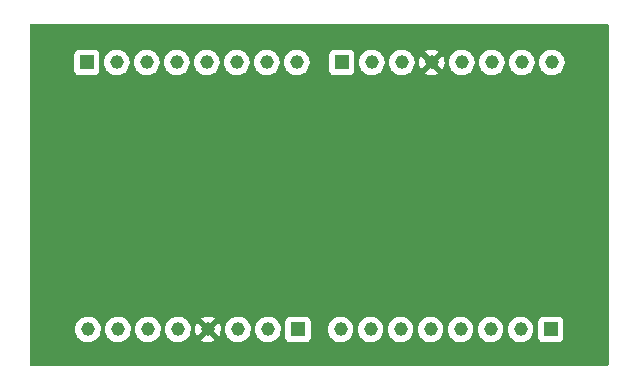
<source format=gbr>
%TF.GenerationSoftware,KiCad,Pcbnew,(6.0.4)*%
%TF.CreationDate,2022-08-04T23:26:19+09:00*%
%TF.ProjectId,ATMega328_breakout,41544d65-6761-4333-9238-5f627265616b,rev?*%
%TF.SameCoordinates,Original*%
%TF.FileFunction,Copper,L2,Bot*%
%TF.FilePolarity,Positive*%
%FSLAX46Y46*%
G04 Gerber Fmt 4.6, Leading zero omitted, Abs format (unit mm)*
G04 Created by KiCad (PCBNEW (6.0.4)) date 2022-08-04 23:26:19*
%MOMM*%
%LPD*%
G01*
G04 APERTURE LIST*
%TA.AperFunction,ComponentPad*%
%ADD10R,1.150000X1.150000*%
%TD*%
%TA.AperFunction,ComponentPad*%
%ADD11C,1.150000*%
%TD*%
%TA.AperFunction,ViaPad*%
%ADD12C,2.500000*%
%TD*%
G04 APERTURE END LIST*
D10*
%TO.P,J1,1,1*%
%TO.N,Net-(IC1-Pad8)*%
X116100000Y-89300000D03*
D11*
%TO.P,J1,2,2*%
%TO.N,Net-(IC1-Pad7)*%
X113560000Y-89300000D03*
%TO.P,J1,3,3*%
%TO.N,Net-(IC1-Pad6)*%
X111020000Y-89300000D03*
%TO.P,J1,4,4*%
%TO.N,GND*%
X108480000Y-89300000D03*
%TO.P,J1,5,5*%
%TO.N,VCC*%
X105940000Y-89300000D03*
%TO.P,J1,6,6*%
%TO.N,Net-(IC1-Pad3)*%
X103400000Y-89300000D03*
%TO.P,J1,7,7*%
%TO.N,Net-(IC1-Pad2)*%
X100860000Y-89300000D03*
%TO.P,J1,8,8*%
%TO.N,Net-(IC1-Pad1)*%
X98320000Y-89300000D03*
%TD*%
D10*
%TO.P,J3,1,1*%
%TO.N,Net-(IC1-Pad16)*%
X137490000Y-89300000D03*
D11*
%TO.P,J3,2,2*%
%TO.N,Net-(IC1-Pad15)*%
X134950000Y-89300000D03*
%TO.P,J3,3,3*%
%TO.N,Net-(IC1-Pad14)*%
X132410000Y-89300000D03*
%TO.P,J3,4,4*%
%TO.N,Net-(IC1-Pad13)*%
X129870000Y-89300000D03*
%TO.P,J3,5,5*%
%TO.N,Net-(IC1-Pad12)*%
X127330000Y-89300000D03*
%TO.P,J3,6,6*%
%TO.N,Net-(IC1-Pad11)*%
X124790000Y-89300000D03*
%TO.P,J3,7,7*%
%TO.N,Net-(IC1-Pad10)*%
X122250000Y-89300000D03*
%TO.P,J3,8,8*%
%TO.N,Net-(IC1-Pad9)*%
X119710000Y-89300000D03*
%TD*%
D10*
%TO.P,J4,1,1*%
%TO.N,Net-(IC1-Pad24)*%
X119800000Y-66700000D03*
D11*
%TO.P,J4,2,2*%
%TO.N,Net-(IC1-Pad23)*%
X122340000Y-66700000D03*
%TO.P,J4,3,3*%
%TO.N,Net-(IC1-Pad22)*%
X124880000Y-66700000D03*
%TO.P,J4,4,4*%
%TO.N,GND*%
X127420000Y-66700000D03*
%TO.P,J4,5,5*%
%TO.N,Net-(IC1-Pad20)*%
X129960000Y-66700000D03*
%TO.P,J4,6,6*%
%TO.N,Net-(IC1-Pad19)*%
X132500000Y-66700000D03*
%TO.P,J4,7,7*%
%TO.N,Net-(IC1-Pad18)*%
X135040000Y-66700000D03*
%TO.P,J4,8,8*%
%TO.N,Net-(IC1-Pad17)*%
X137580000Y-66700000D03*
%TD*%
D10*
%TO.P,J2,1,1*%
%TO.N,Net-(IC1-Pad32)*%
X98210000Y-66700000D03*
D11*
%TO.P,J2,2,2*%
%TO.N,Net-(IC1-Pad31)*%
X100750000Y-66700000D03*
%TO.P,J2,3,3*%
%TO.N,Net-(IC1-Pad30)*%
X103290000Y-66700000D03*
%TO.P,J2,4,4*%
%TO.N,Net-(IC1-Pad29)*%
X105830000Y-66700000D03*
%TO.P,J2,5,5*%
%TO.N,Net-(IC1-Pad28)*%
X108370000Y-66700000D03*
%TO.P,J2,6,6*%
%TO.N,Net-(IC1-Pad27)*%
X110910000Y-66700000D03*
%TO.P,J2,7,7*%
%TO.N,Net-(IC1-Pad26)*%
X113450000Y-66700000D03*
%TO.P,J2,8,8*%
%TO.N,Net-(IC1-Pad25)*%
X115990000Y-66700000D03*
%TD*%
D12*
%TO.N,GND*%
X94800000Y-91000000D03*
X94700000Y-64800000D03*
X141100000Y-64800000D03*
X141100000Y-91100000D03*
%TD*%
%TA.AperFunction,Conductor*%
%TO.N,GND*%
G36*
X142333621Y-63428502D02*
G01*
X142380114Y-63482158D01*
X142391500Y-63534500D01*
X142391500Y-92265500D01*
X142371498Y-92333621D01*
X142317842Y-92380114D01*
X142265500Y-92391500D01*
X93534500Y-92391500D01*
X93466379Y-92371498D01*
X93419886Y-92317842D01*
X93408500Y-92265500D01*
X93408500Y-89271516D01*
X97232231Y-89271516D01*
X97245255Y-89470223D01*
X97294272Y-89663229D01*
X97377641Y-89844071D01*
X97383708Y-89852656D01*
X97428709Y-89916330D01*
X97492570Y-90006692D01*
X97635210Y-90145645D01*
X97800784Y-90256278D01*
X97806087Y-90258556D01*
X97806090Y-90258558D01*
X97969506Y-90328767D01*
X97983746Y-90334885D01*
X98055276Y-90351071D01*
X98172332Y-90377558D01*
X98172337Y-90377559D01*
X98177969Y-90378833D01*
X98183740Y-90379060D01*
X98183742Y-90379060D01*
X98243969Y-90381426D01*
X98376949Y-90386651D01*
X98492506Y-90369896D01*
X98568300Y-90358907D01*
X98568304Y-90358906D01*
X98574022Y-90358077D01*
X98579494Y-90356219D01*
X98579496Y-90356219D01*
X98757119Y-90295923D01*
X98762587Y-90294067D01*
X98768448Y-90290785D01*
X98931291Y-90199588D01*
X98936330Y-90196766D01*
X98993938Y-90148855D01*
X99085001Y-90073119D01*
X99089433Y-90069433D01*
X99208282Y-89926531D01*
X99213077Y-89920766D01*
X99213079Y-89920764D01*
X99216766Y-89916330D01*
X99314067Y-89742587D01*
X99378077Y-89554022D01*
X99378923Y-89548191D01*
X99406118Y-89360623D01*
X99406651Y-89356949D01*
X99408142Y-89300000D01*
X99405525Y-89271516D01*
X99772231Y-89271516D01*
X99785255Y-89470223D01*
X99834272Y-89663229D01*
X99917641Y-89844071D01*
X99923708Y-89852656D01*
X99968709Y-89916330D01*
X100032570Y-90006692D01*
X100175210Y-90145645D01*
X100340784Y-90256278D01*
X100346087Y-90258556D01*
X100346090Y-90258558D01*
X100509506Y-90328767D01*
X100523746Y-90334885D01*
X100595276Y-90351071D01*
X100712332Y-90377558D01*
X100712337Y-90377559D01*
X100717969Y-90378833D01*
X100723740Y-90379060D01*
X100723742Y-90379060D01*
X100783969Y-90381426D01*
X100916949Y-90386651D01*
X101032506Y-90369896D01*
X101108300Y-90358907D01*
X101108304Y-90358906D01*
X101114022Y-90358077D01*
X101119494Y-90356219D01*
X101119496Y-90356219D01*
X101297119Y-90295923D01*
X101302587Y-90294067D01*
X101308448Y-90290785D01*
X101471291Y-90199588D01*
X101476330Y-90196766D01*
X101533938Y-90148855D01*
X101625001Y-90073119D01*
X101629433Y-90069433D01*
X101748282Y-89926531D01*
X101753077Y-89920766D01*
X101753079Y-89920764D01*
X101756766Y-89916330D01*
X101854067Y-89742587D01*
X101918077Y-89554022D01*
X101918923Y-89548191D01*
X101946118Y-89360623D01*
X101946651Y-89356949D01*
X101948142Y-89300000D01*
X101945525Y-89271516D01*
X102312231Y-89271516D01*
X102325255Y-89470223D01*
X102374272Y-89663229D01*
X102457641Y-89844071D01*
X102463708Y-89852656D01*
X102508709Y-89916330D01*
X102572570Y-90006692D01*
X102715210Y-90145645D01*
X102880784Y-90256278D01*
X102886087Y-90258556D01*
X102886090Y-90258558D01*
X103049506Y-90328767D01*
X103063746Y-90334885D01*
X103135276Y-90351071D01*
X103252332Y-90377558D01*
X103252337Y-90377559D01*
X103257969Y-90378833D01*
X103263740Y-90379060D01*
X103263742Y-90379060D01*
X103323969Y-90381426D01*
X103456949Y-90386651D01*
X103572506Y-90369896D01*
X103648300Y-90358907D01*
X103648304Y-90358906D01*
X103654022Y-90358077D01*
X103659494Y-90356219D01*
X103659496Y-90356219D01*
X103837119Y-90295923D01*
X103842587Y-90294067D01*
X103848448Y-90290785D01*
X104011291Y-90199588D01*
X104016330Y-90196766D01*
X104073938Y-90148855D01*
X104165001Y-90073119D01*
X104169433Y-90069433D01*
X104288282Y-89926531D01*
X104293077Y-89920766D01*
X104293079Y-89920764D01*
X104296766Y-89916330D01*
X104394067Y-89742587D01*
X104458077Y-89554022D01*
X104458923Y-89548191D01*
X104486118Y-89360623D01*
X104486651Y-89356949D01*
X104488142Y-89300000D01*
X104485525Y-89271516D01*
X104852231Y-89271516D01*
X104865255Y-89470223D01*
X104914272Y-89663229D01*
X104997641Y-89844071D01*
X105003708Y-89852656D01*
X105048709Y-89916330D01*
X105112570Y-90006692D01*
X105255210Y-90145645D01*
X105420784Y-90256278D01*
X105426087Y-90258556D01*
X105426090Y-90258558D01*
X105589506Y-90328767D01*
X105603746Y-90334885D01*
X105675276Y-90351071D01*
X105792332Y-90377558D01*
X105792337Y-90377559D01*
X105797969Y-90378833D01*
X105803740Y-90379060D01*
X105803742Y-90379060D01*
X105863969Y-90381426D01*
X105996949Y-90386651D01*
X106112506Y-90369896D01*
X106188300Y-90358907D01*
X106188304Y-90358906D01*
X106194022Y-90358077D01*
X106199494Y-90356219D01*
X106199496Y-90356219D01*
X106377119Y-90295923D01*
X106382587Y-90294067D01*
X106388448Y-90290785D01*
X106509004Y-90223270D01*
X107921091Y-90223270D01*
X107930971Y-90235757D01*
X107956222Y-90252629D01*
X107966330Y-90258117D01*
X108138598Y-90332129D01*
X108149531Y-90335681D01*
X108332398Y-90377060D01*
X108343807Y-90378562D01*
X108531155Y-90385922D01*
X108542637Y-90385320D01*
X108728191Y-90358417D01*
X108739374Y-90355732D01*
X108916911Y-90295467D01*
X108927426Y-90290785D01*
X109029662Y-90233530D01*
X109039526Y-90223452D01*
X109036571Y-90215781D01*
X108492812Y-89672022D01*
X108478868Y-89664408D01*
X108477035Y-89664539D01*
X108470420Y-89668790D01*
X107927287Y-90211923D01*
X107921091Y-90223270D01*
X106509004Y-90223270D01*
X106551291Y-90199588D01*
X106556330Y-90196766D01*
X106613938Y-90148855D01*
X106705001Y-90073119D01*
X106709433Y-90069433D01*
X106828282Y-89926531D01*
X106833077Y-89920766D01*
X106833079Y-89920764D01*
X106836766Y-89916330D01*
X106934067Y-89742587D01*
X106998077Y-89554022D01*
X106998923Y-89548191D01*
X107026118Y-89360623D01*
X107026651Y-89356949D01*
X107028142Y-89300000D01*
X107026056Y-89277295D01*
X107393111Y-89277295D01*
X107405373Y-89464376D01*
X107407174Y-89475746D01*
X107453323Y-89657462D01*
X107457164Y-89668308D01*
X107535658Y-89838574D01*
X107541410Y-89848538D01*
X107543725Y-89851813D01*
X107554314Y-89860203D01*
X107567616Y-89853174D01*
X108107978Y-89312812D01*
X108114356Y-89301132D01*
X108844408Y-89301132D01*
X108844539Y-89302965D01*
X108848790Y-89309580D01*
X109391866Y-89852656D01*
X109404246Y-89859416D01*
X109410826Y-89854490D01*
X109470785Y-89747426D01*
X109475467Y-89736911D01*
X109535732Y-89559374D01*
X109538417Y-89548191D01*
X109565616Y-89360597D01*
X109566246Y-89353214D01*
X109567543Y-89303704D01*
X109567300Y-89296305D01*
X109565022Y-89271516D01*
X109932231Y-89271516D01*
X109945255Y-89470223D01*
X109994272Y-89663229D01*
X110077641Y-89844071D01*
X110083708Y-89852656D01*
X110128709Y-89916330D01*
X110192570Y-90006692D01*
X110335210Y-90145645D01*
X110500784Y-90256278D01*
X110506087Y-90258556D01*
X110506090Y-90258558D01*
X110669506Y-90328767D01*
X110683746Y-90334885D01*
X110755276Y-90351071D01*
X110872332Y-90377558D01*
X110872337Y-90377559D01*
X110877969Y-90378833D01*
X110883740Y-90379060D01*
X110883742Y-90379060D01*
X110943969Y-90381426D01*
X111076949Y-90386651D01*
X111192506Y-90369896D01*
X111268300Y-90358907D01*
X111268304Y-90358906D01*
X111274022Y-90358077D01*
X111279494Y-90356219D01*
X111279496Y-90356219D01*
X111457119Y-90295923D01*
X111462587Y-90294067D01*
X111468448Y-90290785D01*
X111631291Y-90199588D01*
X111636330Y-90196766D01*
X111693938Y-90148855D01*
X111785001Y-90073119D01*
X111789433Y-90069433D01*
X111908282Y-89926531D01*
X111913077Y-89920766D01*
X111913079Y-89920764D01*
X111916766Y-89916330D01*
X112014067Y-89742587D01*
X112078077Y-89554022D01*
X112078923Y-89548191D01*
X112106118Y-89360623D01*
X112106651Y-89356949D01*
X112108142Y-89300000D01*
X112105525Y-89271516D01*
X112472231Y-89271516D01*
X112485255Y-89470223D01*
X112534272Y-89663229D01*
X112617641Y-89844071D01*
X112623708Y-89852656D01*
X112668709Y-89916330D01*
X112732570Y-90006692D01*
X112875210Y-90145645D01*
X113040784Y-90256278D01*
X113046087Y-90258556D01*
X113046090Y-90258558D01*
X113209506Y-90328767D01*
X113223746Y-90334885D01*
X113295276Y-90351071D01*
X113412332Y-90377558D01*
X113412337Y-90377559D01*
X113417969Y-90378833D01*
X113423740Y-90379060D01*
X113423742Y-90379060D01*
X113483969Y-90381426D01*
X113616949Y-90386651D01*
X113732506Y-90369896D01*
X113808300Y-90358907D01*
X113808304Y-90358906D01*
X113814022Y-90358077D01*
X113819494Y-90356219D01*
X113819496Y-90356219D01*
X113997119Y-90295923D01*
X114002587Y-90294067D01*
X114008448Y-90290785D01*
X114171291Y-90199588D01*
X114176330Y-90196766D01*
X114233938Y-90148855D01*
X114325001Y-90073119D01*
X114329433Y-90069433D01*
X114448282Y-89926531D01*
X114451107Y-89923134D01*
X115016500Y-89923134D01*
X115023255Y-89985316D01*
X115074385Y-90121705D01*
X115161739Y-90238261D01*
X115278295Y-90325615D01*
X115414684Y-90376745D01*
X115476866Y-90383500D01*
X116723134Y-90383500D01*
X116785316Y-90376745D01*
X116921705Y-90325615D01*
X117038261Y-90238261D01*
X117125615Y-90121705D01*
X117176745Y-89985316D01*
X117183500Y-89923134D01*
X117183500Y-89271516D01*
X118622231Y-89271516D01*
X118635255Y-89470223D01*
X118684272Y-89663229D01*
X118767641Y-89844071D01*
X118773708Y-89852656D01*
X118818709Y-89916330D01*
X118882570Y-90006692D01*
X119025210Y-90145645D01*
X119190784Y-90256278D01*
X119196087Y-90258556D01*
X119196090Y-90258558D01*
X119359506Y-90328767D01*
X119373746Y-90334885D01*
X119445276Y-90351071D01*
X119562332Y-90377558D01*
X119562337Y-90377559D01*
X119567969Y-90378833D01*
X119573740Y-90379060D01*
X119573742Y-90379060D01*
X119633969Y-90381426D01*
X119766949Y-90386651D01*
X119882506Y-90369896D01*
X119958300Y-90358907D01*
X119958304Y-90358906D01*
X119964022Y-90358077D01*
X119969494Y-90356219D01*
X119969496Y-90356219D01*
X120147119Y-90295923D01*
X120152587Y-90294067D01*
X120158448Y-90290785D01*
X120321291Y-90199588D01*
X120326330Y-90196766D01*
X120383938Y-90148855D01*
X120475001Y-90073119D01*
X120479433Y-90069433D01*
X120598282Y-89926531D01*
X120603077Y-89920766D01*
X120603079Y-89920764D01*
X120606766Y-89916330D01*
X120704067Y-89742587D01*
X120768077Y-89554022D01*
X120768923Y-89548191D01*
X120796118Y-89360623D01*
X120796651Y-89356949D01*
X120798142Y-89300000D01*
X120795525Y-89271516D01*
X121162231Y-89271516D01*
X121175255Y-89470223D01*
X121224272Y-89663229D01*
X121307641Y-89844071D01*
X121313708Y-89852656D01*
X121358709Y-89916330D01*
X121422570Y-90006692D01*
X121565210Y-90145645D01*
X121730784Y-90256278D01*
X121736087Y-90258556D01*
X121736090Y-90258558D01*
X121899506Y-90328767D01*
X121913746Y-90334885D01*
X121985276Y-90351071D01*
X122102332Y-90377558D01*
X122102337Y-90377559D01*
X122107969Y-90378833D01*
X122113740Y-90379060D01*
X122113742Y-90379060D01*
X122173969Y-90381426D01*
X122306949Y-90386651D01*
X122422506Y-90369896D01*
X122498300Y-90358907D01*
X122498304Y-90358906D01*
X122504022Y-90358077D01*
X122509494Y-90356219D01*
X122509496Y-90356219D01*
X122687119Y-90295923D01*
X122692587Y-90294067D01*
X122698448Y-90290785D01*
X122861291Y-90199588D01*
X122866330Y-90196766D01*
X122923938Y-90148855D01*
X123015001Y-90073119D01*
X123019433Y-90069433D01*
X123138282Y-89926531D01*
X123143077Y-89920766D01*
X123143079Y-89920764D01*
X123146766Y-89916330D01*
X123244067Y-89742587D01*
X123308077Y-89554022D01*
X123308923Y-89548191D01*
X123336118Y-89360623D01*
X123336651Y-89356949D01*
X123338142Y-89300000D01*
X123335525Y-89271516D01*
X123702231Y-89271516D01*
X123715255Y-89470223D01*
X123764272Y-89663229D01*
X123847641Y-89844071D01*
X123853708Y-89852656D01*
X123898709Y-89916330D01*
X123962570Y-90006692D01*
X124105210Y-90145645D01*
X124270784Y-90256278D01*
X124276087Y-90258556D01*
X124276090Y-90258558D01*
X124439506Y-90328767D01*
X124453746Y-90334885D01*
X124525276Y-90351071D01*
X124642332Y-90377558D01*
X124642337Y-90377559D01*
X124647969Y-90378833D01*
X124653740Y-90379060D01*
X124653742Y-90379060D01*
X124713969Y-90381426D01*
X124846949Y-90386651D01*
X124962506Y-90369896D01*
X125038300Y-90358907D01*
X125038304Y-90358906D01*
X125044022Y-90358077D01*
X125049494Y-90356219D01*
X125049496Y-90356219D01*
X125227119Y-90295923D01*
X125232587Y-90294067D01*
X125238448Y-90290785D01*
X125401291Y-90199588D01*
X125406330Y-90196766D01*
X125463938Y-90148855D01*
X125555001Y-90073119D01*
X125559433Y-90069433D01*
X125678282Y-89926531D01*
X125683077Y-89920766D01*
X125683079Y-89920764D01*
X125686766Y-89916330D01*
X125784067Y-89742587D01*
X125848077Y-89554022D01*
X125848923Y-89548191D01*
X125876118Y-89360623D01*
X125876651Y-89356949D01*
X125878142Y-89300000D01*
X125875525Y-89271516D01*
X126242231Y-89271516D01*
X126255255Y-89470223D01*
X126304272Y-89663229D01*
X126387641Y-89844071D01*
X126393708Y-89852656D01*
X126438709Y-89916330D01*
X126502570Y-90006692D01*
X126645210Y-90145645D01*
X126810784Y-90256278D01*
X126816087Y-90258556D01*
X126816090Y-90258558D01*
X126979506Y-90328767D01*
X126993746Y-90334885D01*
X127065276Y-90351071D01*
X127182332Y-90377558D01*
X127182337Y-90377559D01*
X127187969Y-90378833D01*
X127193740Y-90379060D01*
X127193742Y-90379060D01*
X127253969Y-90381426D01*
X127386949Y-90386651D01*
X127502506Y-90369896D01*
X127578300Y-90358907D01*
X127578304Y-90358906D01*
X127584022Y-90358077D01*
X127589494Y-90356219D01*
X127589496Y-90356219D01*
X127767119Y-90295923D01*
X127772587Y-90294067D01*
X127778448Y-90290785D01*
X127941291Y-90199588D01*
X127946330Y-90196766D01*
X128003938Y-90148855D01*
X128095001Y-90073119D01*
X128099433Y-90069433D01*
X128218282Y-89926531D01*
X128223077Y-89920766D01*
X128223079Y-89920764D01*
X128226766Y-89916330D01*
X128324067Y-89742587D01*
X128388077Y-89554022D01*
X128388923Y-89548191D01*
X128416118Y-89360623D01*
X128416651Y-89356949D01*
X128418142Y-89300000D01*
X128415525Y-89271516D01*
X128782231Y-89271516D01*
X128795255Y-89470223D01*
X128844272Y-89663229D01*
X128927641Y-89844071D01*
X128933708Y-89852656D01*
X128978709Y-89916330D01*
X129042570Y-90006692D01*
X129185210Y-90145645D01*
X129350784Y-90256278D01*
X129356087Y-90258556D01*
X129356090Y-90258558D01*
X129519506Y-90328767D01*
X129533746Y-90334885D01*
X129605276Y-90351071D01*
X129722332Y-90377558D01*
X129722337Y-90377559D01*
X129727969Y-90378833D01*
X129733740Y-90379060D01*
X129733742Y-90379060D01*
X129793969Y-90381426D01*
X129926949Y-90386651D01*
X130042506Y-90369896D01*
X130118300Y-90358907D01*
X130118304Y-90358906D01*
X130124022Y-90358077D01*
X130129494Y-90356219D01*
X130129496Y-90356219D01*
X130307119Y-90295923D01*
X130312587Y-90294067D01*
X130318448Y-90290785D01*
X130481291Y-90199588D01*
X130486330Y-90196766D01*
X130543938Y-90148855D01*
X130635001Y-90073119D01*
X130639433Y-90069433D01*
X130758282Y-89926531D01*
X130763077Y-89920766D01*
X130763079Y-89920764D01*
X130766766Y-89916330D01*
X130864067Y-89742587D01*
X130928077Y-89554022D01*
X130928923Y-89548191D01*
X130956118Y-89360623D01*
X130956651Y-89356949D01*
X130958142Y-89300000D01*
X130955525Y-89271516D01*
X131322231Y-89271516D01*
X131335255Y-89470223D01*
X131384272Y-89663229D01*
X131467641Y-89844071D01*
X131473708Y-89852656D01*
X131518709Y-89916330D01*
X131582570Y-90006692D01*
X131725210Y-90145645D01*
X131890784Y-90256278D01*
X131896087Y-90258556D01*
X131896090Y-90258558D01*
X132059506Y-90328767D01*
X132073746Y-90334885D01*
X132145276Y-90351071D01*
X132262332Y-90377558D01*
X132262337Y-90377559D01*
X132267969Y-90378833D01*
X132273740Y-90379060D01*
X132273742Y-90379060D01*
X132333969Y-90381426D01*
X132466949Y-90386651D01*
X132582506Y-90369896D01*
X132658300Y-90358907D01*
X132658304Y-90358906D01*
X132664022Y-90358077D01*
X132669494Y-90356219D01*
X132669496Y-90356219D01*
X132847119Y-90295923D01*
X132852587Y-90294067D01*
X132858448Y-90290785D01*
X133021291Y-90199588D01*
X133026330Y-90196766D01*
X133083938Y-90148855D01*
X133175001Y-90073119D01*
X133179433Y-90069433D01*
X133298282Y-89926531D01*
X133303077Y-89920766D01*
X133303079Y-89920764D01*
X133306766Y-89916330D01*
X133404067Y-89742587D01*
X133468077Y-89554022D01*
X133468923Y-89548191D01*
X133496118Y-89360623D01*
X133496651Y-89356949D01*
X133498142Y-89300000D01*
X133495525Y-89271516D01*
X133862231Y-89271516D01*
X133875255Y-89470223D01*
X133924272Y-89663229D01*
X134007641Y-89844071D01*
X134013708Y-89852656D01*
X134058709Y-89916330D01*
X134122570Y-90006692D01*
X134265210Y-90145645D01*
X134430784Y-90256278D01*
X134436087Y-90258556D01*
X134436090Y-90258558D01*
X134599506Y-90328767D01*
X134613746Y-90334885D01*
X134685276Y-90351071D01*
X134802332Y-90377558D01*
X134802337Y-90377559D01*
X134807969Y-90378833D01*
X134813740Y-90379060D01*
X134813742Y-90379060D01*
X134873969Y-90381426D01*
X135006949Y-90386651D01*
X135122506Y-90369896D01*
X135198300Y-90358907D01*
X135198304Y-90358906D01*
X135204022Y-90358077D01*
X135209494Y-90356219D01*
X135209496Y-90356219D01*
X135387119Y-90295923D01*
X135392587Y-90294067D01*
X135398448Y-90290785D01*
X135561291Y-90199588D01*
X135566330Y-90196766D01*
X135623938Y-90148855D01*
X135715001Y-90073119D01*
X135719433Y-90069433D01*
X135838282Y-89926531D01*
X135841107Y-89923134D01*
X136406500Y-89923134D01*
X136413255Y-89985316D01*
X136464385Y-90121705D01*
X136551739Y-90238261D01*
X136668295Y-90325615D01*
X136804684Y-90376745D01*
X136866866Y-90383500D01*
X138113134Y-90383500D01*
X138175316Y-90376745D01*
X138311705Y-90325615D01*
X138428261Y-90238261D01*
X138515615Y-90121705D01*
X138566745Y-89985316D01*
X138573500Y-89923134D01*
X138573500Y-88676866D01*
X138566745Y-88614684D01*
X138515615Y-88478295D01*
X138428261Y-88361739D01*
X138311705Y-88274385D01*
X138175316Y-88223255D01*
X138113134Y-88216500D01*
X136866866Y-88216500D01*
X136804684Y-88223255D01*
X136668295Y-88274385D01*
X136551739Y-88361739D01*
X136464385Y-88478295D01*
X136413255Y-88614684D01*
X136406500Y-88676866D01*
X136406500Y-89923134D01*
X135841107Y-89923134D01*
X135843077Y-89920766D01*
X135843079Y-89920764D01*
X135846766Y-89916330D01*
X135944067Y-89742587D01*
X136008077Y-89554022D01*
X136008923Y-89548191D01*
X136036118Y-89360623D01*
X136036651Y-89356949D01*
X136038142Y-89300000D01*
X136019921Y-89101702D01*
X136013660Y-89079500D01*
X135967436Y-88915604D01*
X135967435Y-88915602D01*
X135965868Y-88910045D01*
X135955634Y-88889292D01*
X135880349Y-88736627D01*
X135880346Y-88736623D01*
X135877794Y-88731447D01*
X135834500Y-88673469D01*
X135762100Y-88576515D01*
X135758647Y-88571891D01*
X135612419Y-88436719D01*
X135607536Y-88433638D01*
X135448886Y-88333537D01*
X135444006Y-88330458D01*
X135259049Y-88256668D01*
X135253389Y-88255542D01*
X135253385Y-88255541D01*
X135069410Y-88218946D01*
X135069405Y-88218946D01*
X135063742Y-88217819D01*
X135057967Y-88217743D01*
X135057963Y-88217743D01*
X134960390Y-88216466D01*
X134864625Y-88215212D01*
X134668368Y-88248936D01*
X134481543Y-88317859D01*
X134476582Y-88320811D01*
X134476581Y-88320811D01*
X134396928Y-88368200D01*
X134310406Y-88419675D01*
X134160690Y-88550972D01*
X134157118Y-88555503D01*
X134061443Y-88676866D01*
X134037407Y-88707355D01*
X133944688Y-88883586D01*
X133885637Y-89073763D01*
X133862231Y-89271516D01*
X133495525Y-89271516D01*
X133479921Y-89101702D01*
X133473660Y-89079500D01*
X133427436Y-88915604D01*
X133427435Y-88915602D01*
X133425868Y-88910045D01*
X133415634Y-88889292D01*
X133340349Y-88736627D01*
X133340346Y-88736623D01*
X133337794Y-88731447D01*
X133294500Y-88673469D01*
X133222100Y-88576515D01*
X133218647Y-88571891D01*
X133072419Y-88436719D01*
X133067536Y-88433638D01*
X132908886Y-88333537D01*
X132904006Y-88330458D01*
X132719049Y-88256668D01*
X132713389Y-88255542D01*
X132713385Y-88255541D01*
X132529410Y-88218946D01*
X132529405Y-88218946D01*
X132523742Y-88217819D01*
X132517967Y-88217743D01*
X132517963Y-88217743D01*
X132420390Y-88216466D01*
X132324625Y-88215212D01*
X132128368Y-88248936D01*
X131941543Y-88317859D01*
X131936582Y-88320811D01*
X131936581Y-88320811D01*
X131856928Y-88368200D01*
X131770406Y-88419675D01*
X131620690Y-88550972D01*
X131617118Y-88555503D01*
X131521443Y-88676866D01*
X131497407Y-88707355D01*
X131404688Y-88883586D01*
X131345637Y-89073763D01*
X131322231Y-89271516D01*
X130955525Y-89271516D01*
X130939921Y-89101702D01*
X130933660Y-89079500D01*
X130887436Y-88915604D01*
X130887435Y-88915602D01*
X130885868Y-88910045D01*
X130875634Y-88889292D01*
X130800349Y-88736627D01*
X130800346Y-88736623D01*
X130797794Y-88731447D01*
X130754500Y-88673469D01*
X130682100Y-88576515D01*
X130678647Y-88571891D01*
X130532419Y-88436719D01*
X130527536Y-88433638D01*
X130368886Y-88333537D01*
X130364006Y-88330458D01*
X130179049Y-88256668D01*
X130173389Y-88255542D01*
X130173385Y-88255541D01*
X129989410Y-88218946D01*
X129989405Y-88218946D01*
X129983742Y-88217819D01*
X129977967Y-88217743D01*
X129977963Y-88217743D01*
X129880390Y-88216466D01*
X129784625Y-88215212D01*
X129588368Y-88248936D01*
X129401543Y-88317859D01*
X129396582Y-88320811D01*
X129396581Y-88320811D01*
X129316928Y-88368200D01*
X129230406Y-88419675D01*
X129080690Y-88550972D01*
X129077118Y-88555503D01*
X128981443Y-88676866D01*
X128957407Y-88707355D01*
X128864688Y-88883586D01*
X128805637Y-89073763D01*
X128782231Y-89271516D01*
X128415525Y-89271516D01*
X128399921Y-89101702D01*
X128393660Y-89079500D01*
X128347436Y-88915604D01*
X128347435Y-88915602D01*
X128345868Y-88910045D01*
X128335634Y-88889292D01*
X128260349Y-88736627D01*
X128260346Y-88736623D01*
X128257794Y-88731447D01*
X128214500Y-88673469D01*
X128142100Y-88576515D01*
X128138647Y-88571891D01*
X127992419Y-88436719D01*
X127987536Y-88433638D01*
X127828886Y-88333537D01*
X127824006Y-88330458D01*
X127639049Y-88256668D01*
X127633389Y-88255542D01*
X127633385Y-88255541D01*
X127449410Y-88218946D01*
X127449405Y-88218946D01*
X127443742Y-88217819D01*
X127437967Y-88217743D01*
X127437963Y-88217743D01*
X127340390Y-88216466D01*
X127244625Y-88215212D01*
X127048368Y-88248936D01*
X126861543Y-88317859D01*
X126856582Y-88320811D01*
X126856581Y-88320811D01*
X126776928Y-88368200D01*
X126690406Y-88419675D01*
X126540690Y-88550972D01*
X126537118Y-88555503D01*
X126441443Y-88676866D01*
X126417407Y-88707355D01*
X126324688Y-88883586D01*
X126265637Y-89073763D01*
X126242231Y-89271516D01*
X125875525Y-89271516D01*
X125859921Y-89101702D01*
X125853660Y-89079500D01*
X125807436Y-88915604D01*
X125807435Y-88915602D01*
X125805868Y-88910045D01*
X125795634Y-88889292D01*
X125720349Y-88736627D01*
X125720346Y-88736623D01*
X125717794Y-88731447D01*
X125674500Y-88673469D01*
X125602100Y-88576515D01*
X125598647Y-88571891D01*
X125452419Y-88436719D01*
X125447536Y-88433638D01*
X125288886Y-88333537D01*
X125284006Y-88330458D01*
X125099049Y-88256668D01*
X125093389Y-88255542D01*
X125093385Y-88255541D01*
X124909410Y-88218946D01*
X124909405Y-88218946D01*
X124903742Y-88217819D01*
X124897967Y-88217743D01*
X124897963Y-88217743D01*
X124800390Y-88216466D01*
X124704625Y-88215212D01*
X124508368Y-88248936D01*
X124321543Y-88317859D01*
X124316582Y-88320811D01*
X124316581Y-88320811D01*
X124236928Y-88368200D01*
X124150406Y-88419675D01*
X124000690Y-88550972D01*
X123997118Y-88555503D01*
X123901443Y-88676866D01*
X123877407Y-88707355D01*
X123784688Y-88883586D01*
X123725637Y-89073763D01*
X123702231Y-89271516D01*
X123335525Y-89271516D01*
X123319921Y-89101702D01*
X123313660Y-89079500D01*
X123267436Y-88915604D01*
X123267435Y-88915602D01*
X123265868Y-88910045D01*
X123255634Y-88889292D01*
X123180349Y-88736627D01*
X123180346Y-88736623D01*
X123177794Y-88731447D01*
X123134500Y-88673469D01*
X123062100Y-88576515D01*
X123058647Y-88571891D01*
X122912419Y-88436719D01*
X122907536Y-88433638D01*
X122748886Y-88333537D01*
X122744006Y-88330458D01*
X122559049Y-88256668D01*
X122553389Y-88255542D01*
X122553385Y-88255541D01*
X122369410Y-88218946D01*
X122369405Y-88218946D01*
X122363742Y-88217819D01*
X122357967Y-88217743D01*
X122357963Y-88217743D01*
X122260390Y-88216466D01*
X122164625Y-88215212D01*
X121968368Y-88248936D01*
X121781543Y-88317859D01*
X121776582Y-88320811D01*
X121776581Y-88320811D01*
X121696928Y-88368200D01*
X121610406Y-88419675D01*
X121460690Y-88550972D01*
X121457118Y-88555503D01*
X121361443Y-88676866D01*
X121337407Y-88707355D01*
X121244688Y-88883586D01*
X121185637Y-89073763D01*
X121162231Y-89271516D01*
X120795525Y-89271516D01*
X120779921Y-89101702D01*
X120773660Y-89079500D01*
X120727436Y-88915604D01*
X120727435Y-88915602D01*
X120725868Y-88910045D01*
X120715634Y-88889292D01*
X120640349Y-88736627D01*
X120640346Y-88736623D01*
X120637794Y-88731447D01*
X120594500Y-88673469D01*
X120522100Y-88576515D01*
X120518647Y-88571891D01*
X120372419Y-88436719D01*
X120367536Y-88433638D01*
X120208886Y-88333537D01*
X120204006Y-88330458D01*
X120019049Y-88256668D01*
X120013389Y-88255542D01*
X120013385Y-88255541D01*
X119829410Y-88218946D01*
X119829405Y-88218946D01*
X119823742Y-88217819D01*
X119817967Y-88217743D01*
X119817963Y-88217743D01*
X119720390Y-88216466D01*
X119624625Y-88215212D01*
X119428368Y-88248936D01*
X119241543Y-88317859D01*
X119236582Y-88320811D01*
X119236581Y-88320811D01*
X119156928Y-88368200D01*
X119070406Y-88419675D01*
X118920690Y-88550972D01*
X118917118Y-88555503D01*
X118821443Y-88676866D01*
X118797407Y-88707355D01*
X118704688Y-88883586D01*
X118645637Y-89073763D01*
X118622231Y-89271516D01*
X117183500Y-89271516D01*
X117183500Y-88676866D01*
X117176745Y-88614684D01*
X117125615Y-88478295D01*
X117038261Y-88361739D01*
X116921705Y-88274385D01*
X116785316Y-88223255D01*
X116723134Y-88216500D01*
X115476866Y-88216500D01*
X115414684Y-88223255D01*
X115278295Y-88274385D01*
X115161739Y-88361739D01*
X115074385Y-88478295D01*
X115023255Y-88614684D01*
X115016500Y-88676866D01*
X115016500Y-89923134D01*
X114451107Y-89923134D01*
X114453077Y-89920766D01*
X114453079Y-89920764D01*
X114456766Y-89916330D01*
X114554067Y-89742587D01*
X114618077Y-89554022D01*
X114618923Y-89548191D01*
X114646118Y-89360623D01*
X114646651Y-89356949D01*
X114648142Y-89300000D01*
X114629921Y-89101702D01*
X114623660Y-89079500D01*
X114577436Y-88915604D01*
X114577435Y-88915602D01*
X114575868Y-88910045D01*
X114565634Y-88889292D01*
X114490349Y-88736627D01*
X114490346Y-88736623D01*
X114487794Y-88731447D01*
X114444500Y-88673469D01*
X114372100Y-88576515D01*
X114368647Y-88571891D01*
X114222419Y-88436719D01*
X114217536Y-88433638D01*
X114058886Y-88333537D01*
X114054006Y-88330458D01*
X113869049Y-88256668D01*
X113863389Y-88255542D01*
X113863385Y-88255541D01*
X113679410Y-88218946D01*
X113679405Y-88218946D01*
X113673742Y-88217819D01*
X113667967Y-88217743D01*
X113667963Y-88217743D01*
X113570390Y-88216466D01*
X113474625Y-88215212D01*
X113278368Y-88248936D01*
X113091543Y-88317859D01*
X113086582Y-88320811D01*
X113086581Y-88320811D01*
X113006928Y-88368200D01*
X112920406Y-88419675D01*
X112770690Y-88550972D01*
X112767118Y-88555503D01*
X112671443Y-88676866D01*
X112647407Y-88707355D01*
X112554688Y-88883586D01*
X112495637Y-89073763D01*
X112472231Y-89271516D01*
X112105525Y-89271516D01*
X112089921Y-89101702D01*
X112083660Y-89079500D01*
X112037436Y-88915604D01*
X112037435Y-88915602D01*
X112035868Y-88910045D01*
X112025634Y-88889292D01*
X111950349Y-88736627D01*
X111950346Y-88736623D01*
X111947794Y-88731447D01*
X111904500Y-88673469D01*
X111832100Y-88576515D01*
X111828647Y-88571891D01*
X111682419Y-88436719D01*
X111677536Y-88433638D01*
X111518886Y-88333537D01*
X111514006Y-88330458D01*
X111329049Y-88256668D01*
X111323389Y-88255542D01*
X111323385Y-88255541D01*
X111139410Y-88218946D01*
X111139405Y-88218946D01*
X111133742Y-88217819D01*
X111127967Y-88217743D01*
X111127963Y-88217743D01*
X111030390Y-88216466D01*
X110934625Y-88215212D01*
X110738368Y-88248936D01*
X110551543Y-88317859D01*
X110546582Y-88320811D01*
X110546581Y-88320811D01*
X110466928Y-88368200D01*
X110380406Y-88419675D01*
X110230690Y-88550972D01*
X110227118Y-88555503D01*
X110131443Y-88676866D01*
X110107407Y-88707355D01*
X110014688Y-88883586D01*
X109955637Y-89073763D01*
X109932231Y-89271516D01*
X109565022Y-89271516D01*
X109549956Y-89107547D01*
X109547859Y-89096233D01*
X109496967Y-88915784D01*
X109492845Y-88905045D01*
X109415422Y-88748047D01*
X109405875Y-88737670D01*
X109399442Y-88739768D01*
X108852022Y-89287188D01*
X108844408Y-89301132D01*
X108114356Y-89301132D01*
X108115592Y-89298868D01*
X108115461Y-89297035D01*
X108111210Y-89290420D01*
X107567054Y-88746264D01*
X107554674Y-88739504D01*
X107548708Y-88743970D01*
X107477841Y-88878668D01*
X107473440Y-88889292D01*
X107417841Y-89068350D01*
X107415449Y-89079604D01*
X107393412Y-89265794D01*
X107393111Y-89277295D01*
X107026056Y-89277295D01*
X107009921Y-89101702D01*
X107003660Y-89079500D01*
X106957436Y-88915604D01*
X106957435Y-88915602D01*
X106955868Y-88910045D01*
X106945634Y-88889292D01*
X106870349Y-88736627D01*
X106870346Y-88736623D01*
X106867794Y-88731447D01*
X106824500Y-88673469D01*
X106752100Y-88576515D01*
X106748647Y-88571891D01*
X106602419Y-88436719D01*
X106597536Y-88433638D01*
X106507636Y-88376915D01*
X107921027Y-88376915D01*
X107924513Y-88385303D01*
X108467188Y-88927978D01*
X108481132Y-88935592D01*
X108482965Y-88935461D01*
X108489580Y-88931210D01*
X109032155Y-88388635D01*
X109038915Y-88376255D01*
X109032885Y-88368200D01*
X108978657Y-88333985D01*
X108968418Y-88328768D01*
X108794274Y-88259291D01*
X108783236Y-88256021D01*
X108599356Y-88219445D01*
X108587910Y-88218242D01*
X108400447Y-88215789D01*
X108388967Y-88216692D01*
X108204195Y-88248441D01*
X108193075Y-88251421D01*
X108017175Y-88316314D01*
X108006797Y-88321264D01*
X107930625Y-88366582D01*
X107921027Y-88376915D01*
X106507636Y-88376915D01*
X106438886Y-88333537D01*
X106434006Y-88330458D01*
X106249049Y-88256668D01*
X106243389Y-88255542D01*
X106243385Y-88255541D01*
X106059410Y-88218946D01*
X106059405Y-88218946D01*
X106053742Y-88217819D01*
X106047967Y-88217743D01*
X106047963Y-88217743D01*
X105950390Y-88216466D01*
X105854625Y-88215212D01*
X105658368Y-88248936D01*
X105471543Y-88317859D01*
X105466582Y-88320811D01*
X105466581Y-88320811D01*
X105386928Y-88368200D01*
X105300406Y-88419675D01*
X105150690Y-88550972D01*
X105147118Y-88555503D01*
X105051443Y-88676866D01*
X105027407Y-88707355D01*
X104934688Y-88883586D01*
X104875637Y-89073763D01*
X104852231Y-89271516D01*
X104485525Y-89271516D01*
X104469921Y-89101702D01*
X104463660Y-89079500D01*
X104417436Y-88915604D01*
X104417435Y-88915602D01*
X104415868Y-88910045D01*
X104405634Y-88889292D01*
X104330349Y-88736627D01*
X104330346Y-88736623D01*
X104327794Y-88731447D01*
X104284500Y-88673469D01*
X104212100Y-88576515D01*
X104208647Y-88571891D01*
X104062419Y-88436719D01*
X104057536Y-88433638D01*
X103898886Y-88333537D01*
X103894006Y-88330458D01*
X103709049Y-88256668D01*
X103703389Y-88255542D01*
X103703385Y-88255541D01*
X103519410Y-88218946D01*
X103519405Y-88218946D01*
X103513742Y-88217819D01*
X103507967Y-88217743D01*
X103507963Y-88217743D01*
X103410390Y-88216466D01*
X103314625Y-88215212D01*
X103118368Y-88248936D01*
X102931543Y-88317859D01*
X102926582Y-88320811D01*
X102926581Y-88320811D01*
X102846928Y-88368200D01*
X102760406Y-88419675D01*
X102610690Y-88550972D01*
X102607118Y-88555503D01*
X102511443Y-88676866D01*
X102487407Y-88707355D01*
X102394688Y-88883586D01*
X102335637Y-89073763D01*
X102312231Y-89271516D01*
X101945525Y-89271516D01*
X101929921Y-89101702D01*
X101923660Y-89079500D01*
X101877436Y-88915604D01*
X101877435Y-88915602D01*
X101875868Y-88910045D01*
X101865634Y-88889292D01*
X101790349Y-88736627D01*
X101790346Y-88736623D01*
X101787794Y-88731447D01*
X101744500Y-88673469D01*
X101672100Y-88576515D01*
X101668647Y-88571891D01*
X101522419Y-88436719D01*
X101517536Y-88433638D01*
X101358886Y-88333537D01*
X101354006Y-88330458D01*
X101169049Y-88256668D01*
X101163389Y-88255542D01*
X101163385Y-88255541D01*
X100979410Y-88218946D01*
X100979405Y-88218946D01*
X100973742Y-88217819D01*
X100967967Y-88217743D01*
X100967963Y-88217743D01*
X100870390Y-88216466D01*
X100774625Y-88215212D01*
X100578368Y-88248936D01*
X100391543Y-88317859D01*
X100386582Y-88320811D01*
X100386581Y-88320811D01*
X100306928Y-88368200D01*
X100220406Y-88419675D01*
X100070690Y-88550972D01*
X100067118Y-88555503D01*
X99971443Y-88676866D01*
X99947407Y-88707355D01*
X99854688Y-88883586D01*
X99795637Y-89073763D01*
X99772231Y-89271516D01*
X99405525Y-89271516D01*
X99389921Y-89101702D01*
X99383660Y-89079500D01*
X99337436Y-88915604D01*
X99337435Y-88915602D01*
X99335868Y-88910045D01*
X99325634Y-88889292D01*
X99250349Y-88736627D01*
X99250346Y-88736623D01*
X99247794Y-88731447D01*
X99204500Y-88673469D01*
X99132100Y-88576515D01*
X99128647Y-88571891D01*
X98982419Y-88436719D01*
X98977536Y-88433638D01*
X98818886Y-88333537D01*
X98814006Y-88330458D01*
X98629049Y-88256668D01*
X98623389Y-88255542D01*
X98623385Y-88255541D01*
X98439410Y-88218946D01*
X98439405Y-88218946D01*
X98433742Y-88217819D01*
X98427967Y-88217743D01*
X98427963Y-88217743D01*
X98330390Y-88216466D01*
X98234625Y-88215212D01*
X98038368Y-88248936D01*
X97851543Y-88317859D01*
X97846582Y-88320811D01*
X97846581Y-88320811D01*
X97766928Y-88368200D01*
X97680406Y-88419675D01*
X97530690Y-88550972D01*
X97527118Y-88555503D01*
X97431443Y-88676866D01*
X97407407Y-88707355D01*
X97314688Y-88883586D01*
X97255637Y-89073763D01*
X97232231Y-89271516D01*
X93408500Y-89271516D01*
X93408500Y-67323134D01*
X97126500Y-67323134D01*
X97133255Y-67385316D01*
X97184385Y-67521705D01*
X97271739Y-67638261D01*
X97388295Y-67725615D01*
X97524684Y-67776745D01*
X97586866Y-67783500D01*
X98833134Y-67783500D01*
X98895316Y-67776745D01*
X99031705Y-67725615D01*
X99148261Y-67638261D01*
X99235615Y-67521705D01*
X99286745Y-67385316D01*
X99293500Y-67323134D01*
X99293500Y-66671516D01*
X99662231Y-66671516D01*
X99675255Y-66870223D01*
X99724272Y-67063229D01*
X99807641Y-67244071D01*
X99813708Y-67252656D01*
X99858709Y-67316330D01*
X99922570Y-67406692D01*
X100065210Y-67545645D01*
X100230784Y-67656278D01*
X100236087Y-67658556D01*
X100236090Y-67658558D01*
X100399506Y-67728767D01*
X100413746Y-67734885D01*
X100485276Y-67751071D01*
X100602332Y-67777558D01*
X100602337Y-67777559D01*
X100607969Y-67778833D01*
X100613740Y-67779060D01*
X100613742Y-67779060D01*
X100673969Y-67781426D01*
X100806949Y-67786651D01*
X100922506Y-67769896D01*
X100998300Y-67758907D01*
X100998304Y-67758906D01*
X101004022Y-67758077D01*
X101009494Y-67756219D01*
X101009496Y-67756219D01*
X101187119Y-67695923D01*
X101192587Y-67694067D01*
X101198448Y-67690785D01*
X101361291Y-67599588D01*
X101366330Y-67596766D01*
X101423938Y-67548855D01*
X101515001Y-67473119D01*
X101519433Y-67469433D01*
X101638282Y-67326531D01*
X101643077Y-67320766D01*
X101643079Y-67320764D01*
X101646766Y-67316330D01*
X101744067Y-67142587D01*
X101808077Y-66954022D01*
X101808923Y-66948191D01*
X101836118Y-66760623D01*
X101836651Y-66756949D01*
X101838142Y-66700000D01*
X101835525Y-66671516D01*
X102202231Y-66671516D01*
X102215255Y-66870223D01*
X102264272Y-67063229D01*
X102347641Y-67244071D01*
X102353708Y-67252656D01*
X102398709Y-67316330D01*
X102462570Y-67406692D01*
X102605210Y-67545645D01*
X102770784Y-67656278D01*
X102776087Y-67658556D01*
X102776090Y-67658558D01*
X102939506Y-67728767D01*
X102953746Y-67734885D01*
X103025276Y-67751071D01*
X103142332Y-67777558D01*
X103142337Y-67777559D01*
X103147969Y-67778833D01*
X103153740Y-67779060D01*
X103153742Y-67779060D01*
X103213969Y-67781426D01*
X103346949Y-67786651D01*
X103462506Y-67769896D01*
X103538300Y-67758907D01*
X103538304Y-67758906D01*
X103544022Y-67758077D01*
X103549494Y-67756219D01*
X103549496Y-67756219D01*
X103727119Y-67695923D01*
X103732587Y-67694067D01*
X103738448Y-67690785D01*
X103901291Y-67599588D01*
X103906330Y-67596766D01*
X103963938Y-67548855D01*
X104055001Y-67473119D01*
X104059433Y-67469433D01*
X104178282Y-67326531D01*
X104183077Y-67320766D01*
X104183079Y-67320764D01*
X104186766Y-67316330D01*
X104284067Y-67142587D01*
X104348077Y-66954022D01*
X104348923Y-66948191D01*
X104376118Y-66760623D01*
X104376651Y-66756949D01*
X104378142Y-66700000D01*
X104375525Y-66671516D01*
X104742231Y-66671516D01*
X104755255Y-66870223D01*
X104804272Y-67063229D01*
X104887641Y-67244071D01*
X104893708Y-67252656D01*
X104938709Y-67316330D01*
X105002570Y-67406692D01*
X105145210Y-67545645D01*
X105310784Y-67656278D01*
X105316087Y-67658556D01*
X105316090Y-67658558D01*
X105479506Y-67728767D01*
X105493746Y-67734885D01*
X105565276Y-67751071D01*
X105682332Y-67777558D01*
X105682337Y-67777559D01*
X105687969Y-67778833D01*
X105693740Y-67779060D01*
X105693742Y-67779060D01*
X105753969Y-67781426D01*
X105886949Y-67786651D01*
X106002506Y-67769896D01*
X106078300Y-67758907D01*
X106078304Y-67758906D01*
X106084022Y-67758077D01*
X106089494Y-67756219D01*
X106089496Y-67756219D01*
X106267119Y-67695923D01*
X106272587Y-67694067D01*
X106278448Y-67690785D01*
X106441291Y-67599588D01*
X106446330Y-67596766D01*
X106503938Y-67548855D01*
X106595001Y-67473119D01*
X106599433Y-67469433D01*
X106718282Y-67326531D01*
X106723077Y-67320766D01*
X106723079Y-67320764D01*
X106726766Y-67316330D01*
X106824067Y-67142587D01*
X106888077Y-66954022D01*
X106888923Y-66948191D01*
X106916118Y-66760623D01*
X106916651Y-66756949D01*
X106918142Y-66700000D01*
X106915525Y-66671516D01*
X107282231Y-66671516D01*
X107295255Y-66870223D01*
X107344272Y-67063229D01*
X107427641Y-67244071D01*
X107433708Y-67252656D01*
X107478709Y-67316330D01*
X107542570Y-67406692D01*
X107685210Y-67545645D01*
X107850784Y-67656278D01*
X107856087Y-67658556D01*
X107856090Y-67658558D01*
X108019506Y-67728767D01*
X108033746Y-67734885D01*
X108105276Y-67751071D01*
X108222332Y-67777558D01*
X108222337Y-67777559D01*
X108227969Y-67778833D01*
X108233740Y-67779060D01*
X108233742Y-67779060D01*
X108293969Y-67781426D01*
X108426949Y-67786651D01*
X108542506Y-67769896D01*
X108618300Y-67758907D01*
X108618304Y-67758906D01*
X108624022Y-67758077D01*
X108629494Y-67756219D01*
X108629496Y-67756219D01*
X108807119Y-67695923D01*
X108812587Y-67694067D01*
X108818448Y-67690785D01*
X108981291Y-67599588D01*
X108986330Y-67596766D01*
X109043938Y-67548855D01*
X109135001Y-67473119D01*
X109139433Y-67469433D01*
X109258282Y-67326531D01*
X109263077Y-67320766D01*
X109263079Y-67320764D01*
X109266766Y-67316330D01*
X109364067Y-67142587D01*
X109428077Y-66954022D01*
X109428923Y-66948191D01*
X109456118Y-66760623D01*
X109456651Y-66756949D01*
X109458142Y-66700000D01*
X109455525Y-66671516D01*
X109822231Y-66671516D01*
X109835255Y-66870223D01*
X109884272Y-67063229D01*
X109967641Y-67244071D01*
X109973708Y-67252656D01*
X110018709Y-67316330D01*
X110082570Y-67406692D01*
X110225210Y-67545645D01*
X110390784Y-67656278D01*
X110396087Y-67658556D01*
X110396090Y-67658558D01*
X110559506Y-67728767D01*
X110573746Y-67734885D01*
X110645276Y-67751071D01*
X110762332Y-67777558D01*
X110762337Y-67777559D01*
X110767969Y-67778833D01*
X110773740Y-67779060D01*
X110773742Y-67779060D01*
X110833969Y-67781426D01*
X110966949Y-67786651D01*
X111082506Y-67769896D01*
X111158300Y-67758907D01*
X111158304Y-67758906D01*
X111164022Y-67758077D01*
X111169494Y-67756219D01*
X111169496Y-67756219D01*
X111347119Y-67695923D01*
X111352587Y-67694067D01*
X111358448Y-67690785D01*
X111521291Y-67599588D01*
X111526330Y-67596766D01*
X111583938Y-67548855D01*
X111675001Y-67473119D01*
X111679433Y-67469433D01*
X111798282Y-67326531D01*
X111803077Y-67320766D01*
X111803079Y-67320764D01*
X111806766Y-67316330D01*
X111904067Y-67142587D01*
X111968077Y-66954022D01*
X111968923Y-66948191D01*
X111996118Y-66760623D01*
X111996651Y-66756949D01*
X111998142Y-66700000D01*
X111995525Y-66671516D01*
X112362231Y-66671516D01*
X112375255Y-66870223D01*
X112424272Y-67063229D01*
X112507641Y-67244071D01*
X112513708Y-67252656D01*
X112558709Y-67316330D01*
X112622570Y-67406692D01*
X112765210Y-67545645D01*
X112930784Y-67656278D01*
X112936087Y-67658556D01*
X112936090Y-67658558D01*
X113099506Y-67728767D01*
X113113746Y-67734885D01*
X113185276Y-67751071D01*
X113302332Y-67777558D01*
X113302337Y-67777559D01*
X113307969Y-67778833D01*
X113313740Y-67779060D01*
X113313742Y-67779060D01*
X113373969Y-67781426D01*
X113506949Y-67786651D01*
X113622506Y-67769896D01*
X113698300Y-67758907D01*
X113698304Y-67758906D01*
X113704022Y-67758077D01*
X113709494Y-67756219D01*
X113709496Y-67756219D01*
X113887119Y-67695923D01*
X113892587Y-67694067D01*
X113898448Y-67690785D01*
X114061291Y-67599588D01*
X114066330Y-67596766D01*
X114123938Y-67548855D01*
X114215001Y-67473119D01*
X114219433Y-67469433D01*
X114338282Y-67326531D01*
X114343077Y-67320766D01*
X114343079Y-67320764D01*
X114346766Y-67316330D01*
X114444067Y-67142587D01*
X114508077Y-66954022D01*
X114508923Y-66948191D01*
X114536118Y-66760623D01*
X114536651Y-66756949D01*
X114538142Y-66700000D01*
X114535525Y-66671516D01*
X114902231Y-66671516D01*
X114915255Y-66870223D01*
X114964272Y-67063229D01*
X115047641Y-67244071D01*
X115053708Y-67252656D01*
X115098709Y-67316330D01*
X115162570Y-67406692D01*
X115305210Y-67545645D01*
X115470784Y-67656278D01*
X115476087Y-67658556D01*
X115476090Y-67658558D01*
X115639506Y-67728767D01*
X115653746Y-67734885D01*
X115725276Y-67751071D01*
X115842332Y-67777558D01*
X115842337Y-67777559D01*
X115847969Y-67778833D01*
X115853740Y-67779060D01*
X115853742Y-67779060D01*
X115913969Y-67781426D01*
X116046949Y-67786651D01*
X116162506Y-67769896D01*
X116238300Y-67758907D01*
X116238304Y-67758906D01*
X116244022Y-67758077D01*
X116249494Y-67756219D01*
X116249496Y-67756219D01*
X116427119Y-67695923D01*
X116432587Y-67694067D01*
X116438448Y-67690785D01*
X116601291Y-67599588D01*
X116606330Y-67596766D01*
X116663938Y-67548855D01*
X116755001Y-67473119D01*
X116759433Y-67469433D01*
X116878282Y-67326531D01*
X116881107Y-67323134D01*
X118716500Y-67323134D01*
X118723255Y-67385316D01*
X118774385Y-67521705D01*
X118861739Y-67638261D01*
X118978295Y-67725615D01*
X119114684Y-67776745D01*
X119176866Y-67783500D01*
X120423134Y-67783500D01*
X120485316Y-67776745D01*
X120621705Y-67725615D01*
X120738261Y-67638261D01*
X120825615Y-67521705D01*
X120876745Y-67385316D01*
X120883500Y-67323134D01*
X120883500Y-66671516D01*
X121252231Y-66671516D01*
X121265255Y-66870223D01*
X121314272Y-67063229D01*
X121397641Y-67244071D01*
X121403708Y-67252656D01*
X121448709Y-67316330D01*
X121512570Y-67406692D01*
X121655210Y-67545645D01*
X121820784Y-67656278D01*
X121826087Y-67658556D01*
X121826090Y-67658558D01*
X121989506Y-67728767D01*
X122003746Y-67734885D01*
X122075276Y-67751071D01*
X122192332Y-67777558D01*
X122192337Y-67777559D01*
X122197969Y-67778833D01*
X122203740Y-67779060D01*
X122203742Y-67779060D01*
X122263969Y-67781426D01*
X122396949Y-67786651D01*
X122512506Y-67769896D01*
X122588300Y-67758907D01*
X122588304Y-67758906D01*
X122594022Y-67758077D01*
X122599494Y-67756219D01*
X122599496Y-67756219D01*
X122777119Y-67695923D01*
X122782587Y-67694067D01*
X122788448Y-67690785D01*
X122951291Y-67599588D01*
X122956330Y-67596766D01*
X123013938Y-67548855D01*
X123105001Y-67473119D01*
X123109433Y-67469433D01*
X123228282Y-67326531D01*
X123233077Y-67320766D01*
X123233079Y-67320764D01*
X123236766Y-67316330D01*
X123334067Y-67142587D01*
X123398077Y-66954022D01*
X123398923Y-66948191D01*
X123426118Y-66760623D01*
X123426651Y-66756949D01*
X123428142Y-66700000D01*
X123425525Y-66671516D01*
X123792231Y-66671516D01*
X123805255Y-66870223D01*
X123854272Y-67063229D01*
X123937641Y-67244071D01*
X123943708Y-67252656D01*
X123988709Y-67316330D01*
X124052570Y-67406692D01*
X124195210Y-67545645D01*
X124360784Y-67656278D01*
X124366087Y-67658556D01*
X124366090Y-67658558D01*
X124529506Y-67728767D01*
X124543746Y-67734885D01*
X124615276Y-67751071D01*
X124732332Y-67777558D01*
X124732337Y-67777559D01*
X124737969Y-67778833D01*
X124743740Y-67779060D01*
X124743742Y-67779060D01*
X124803969Y-67781426D01*
X124936949Y-67786651D01*
X125052506Y-67769896D01*
X125128300Y-67758907D01*
X125128304Y-67758906D01*
X125134022Y-67758077D01*
X125139494Y-67756219D01*
X125139496Y-67756219D01*
X125317119Y-67695923D01*
X125322587Y-67694067D01*
X125328448Y-67690785D01*
X125449004Y-67623270D01*
X126861091Y-67623270D01*
X126870971Y-67635757D01*
X126896222Y-67652629D01*
X126906330Y-67658117D01*
X127078598Y-67732129D01*
X127089531Y-67735681D01*
X127272398Y-67777060D01*
X127283807Y-67778562D01*
X127471155Y-67785922D01*
X127482637Y-67785320D01*
X127668191Y-67758417D01*
X127679374Y-67755732D01*
X127856911Y-67695467D01*
X127867426Y-67690785D01*
X127969662Y-67633530D01*
X127979526Y-67623452D01*
X127976571Y-67615781D01*
X127432812Y-67072022D01*
X127418868Y-67064408D01*
X127417035Y-67064539D01*
X127410420Y-67068790D01*
X126867287Y-67611923D01*
X126861091Y-67623270D01*
X125449004Y-67623270D01*
X125491291Y-67599588D01*
X125496330Y-67596766D01*
X125553938Y-67548855D01*
X125645001Y-67473119D01*
X125649433Y-67469433D01*
X125768282Y-67326531D01*
X125773077Y-67320766D01*
X125773079Y-67320764D01*
X125776766Y-67316330D01*
X125874067Y-67142587D01*
X125938077Y-66954022D01*
X125938923Y-66948191D01*
X125966118Y-66760623D01*
X125966651Y-66756949D01*
X125968142Y-66700000D01*
X125966056Y-66677295D01*
X126333111Y-66677295D01*
X126345373Y-66864376D01*
X126347174Y-66875746D01*
X126393323Y-67057462D01*
X126397164Y-67068308D01*
X126475658Y-67238574D01*
X126481410Y-67248538D01*
X126483725Y-67251813D01*
X126494314Y-67260203D01*
X126507616Y-67253174D01*
X127047978Y-66712812D01*
X127054356Y-66701132D01*
X127784408Y-66701132D01*
X127784539Y-66702965D01*
X127788790Y-66709580D01*
X128331866Y-67252656D01*
X128344246Y-67259416D01*
X128350826Y-67254490D01*
X128410785Y-67147426D01*
X128415467Y-67136911D01*
X128475732Y-66959374D01*
X128478417Y-66948191D01*
X128505616Y-66760597D01*
X128506246Y-66753214D01*
X128507543Y-66703704D01*
X128507300Y-66696305D01*
X128505022Y-66671516D01*
X128872231Y-66671516D01*
X128885255Y-66870223D01*
X128934272Y-67063229D01*
X129017641Y-67244071D01*
X129023708Y-67252656D01*
X129068709Y-67316330D01*
X129132570Y-67406692D01*
X129275210Y-67545645D01*
X129440784Y-67656278D01*
X129446087Y-67658556D01*
X129446090Y-67658558D01*
X129609506Y-67728767D01*
X129623746Y-67734885D01*
X129695276Y-67751071D01*
X129812332Y-67777558D01*
X129812337Y-67777559D01*
X129817969Y-67778833D01*
X129823740Y-67779060D01*
X129823742Y-67779060D01*
X129883969Y-67781426D01*
X130016949Y-67786651D01*
X130132506Y-67769896D01*
X130208300Y-67758907D01*
X130208304Y-67758906D01*
X130214022Y-67758077D01*
X130219494Y-67756219D01*
X130219496Y-67756219D01*
X130397119Y-67695923D01*
X130402587Y-67694067D01*
X130408448Y-67690785D01*
X130571291Y-67599588D01*
X130576330Y-67596766D01*
X130633938Y-67548855D01*
X130725001Y-67473119D01*
X130729433Y-67469433D01*
X130848282Y-67326531D01*
X130853077Y-67320766D01*
X130853079Y-67320764D01*
X130856766Y-67316330D01*
X130954067Y-67142587D01*
X131018077Y-66954022D01*
X131018923Y-66948191D01*
X131046118Y-66760623D01*
X131046651Y-66756949D01*
X131048142Y-66700000D01*
X131045525Y-66671516D01*
X131412231Y-66671516D01*
X131425255Y-66870223D01*
X131474272Y-67063229D01*
X131557641Y-67244071D01*
X131563708Y-67252656D01*
X131608709Y-67316330D01*
X131672570Y-67406692D01*
X131815210Y-67545645D01*
X131980784Y-67656278D01*
X131986087Y-67658556D01*
X131986090Y-67658558D01*
X132149506Y-67728767D01*
X132163746Y-67734885D01*
X132235276Y-67751071D01*
X132352332Y-67777558D01*
X132352337Y-67777559D01*
X132357969Y-67778833D01*
X132363740Y-67779060D01*
X132363742Y-67779060D01*
X132423969Y-67781426D01*
X132556949Y-67786651D01*
X132672506Y-67769896D01*
X132748300Y-67758907D01*
X132748304Y-67758906D01*
X132754022Y-67758077D01*
X132759494Y-67756219D01*
X132759496Y-67756219D01*
X132937119Y-67695923D01*
X132942587Y-67694067D01*
X132948448Y-67690785D01*
X133111291Y-67599588D01*
X133116330Y-67596766D01*
X133173938Y-67548855D01*
X133265001Y-67473119D01*
X133269433Y-67469433D01*
X133388282Y-67326531D01*
X133393077Y-67320766D01*
X133393079Y-67320764D01*
X133396766Y-67316330D01*
X133494067Y-67142587D01*
X133558077Y-66954022D01*
X133558923Y-66948191D01*
X133586118Y-66760623D01*
X133586651Y-66756949D01*
X133588142Y-66700000D01*
X133585525Y-66671516D01*
X133952231Y-66671516D01*
X133965255Y-66870223D01*
X134014272Y-67063229D01*
X134097641Y-67244071D01*
X134103708Y-67252656D01*
X134148709Y-67316330D01*
X134212570Y-67406692D01*
X134355210Y-67545645D01*
X134520784Y-67656278D01*
X134526087Y-67658556D01*
X134526090Y-67658558D01*
X134689506Y-67728767D01*
X134703746Y-67734885D01*
X134775276Y-67751071D01*
X134892332Y-67777558D01*
X134892337Y-67777559D01*
X134897969Y-67778833D01*
X134903740Y-67779060D01*
X134903742Y-67779060D01*
X134963969Y-67781426D01*
X135096949Y-67786651D01*
X135212506Y-67769896D01*
X135288300Y-67758907D01*
X135288304Y-67758906D01*
X135294022Y-67758077D01*
X135299494Y-67756219D01*
X135299496Y-67756219D01*
X135477119Y-67695923D01*
X135482587Y-67694067D01*
X135488448Y-67690785D01*
X135651291Y-67599588D01*
X135656330Y-67596766D01*
X135713938Y-67548855D01*
X135805001Y-67473119D01*
X135809433Y-67469433D01*
X135928282Y-67326531D01*
X135933077Y-67320766D01*
X135933079Y-67320764D01*
X135936766Y-67316330D01*
X136034067Y-67142587D01*
X136098077Y-66954022D01*
X136098923Y-66948191D01*
X136126118Y-66760623D01*
X136126651Y-66756949D01*
X136128142Y-66700000D01*
X136125525Y-66671516D01*
X136492231Y-66671516D01*
X136505255Y-66870223D01*
X136554272Y-67063229D01*
X136637641Y-67244071D01*
X136643708Y-67252656D01*
X136688709Y-67316330D01*
X136752570Y-67406692D01*
X136895210Y-67545645D01*
X137060784Y-67656278D01*
X137066087Y-67658556D01*
X137066090Y-67658558D01*
X137229506Y-67728767D01*
X137243746Y-67734885D01*
X137315276Y-67751071D01*
X137432332Y-67777558D01*
X137432337Y-67777559D01*
X137437969Y-67778833D01*
X137443740Y-67779060D01*
X137443742Y-67779060D01*
X137503969Y-67781426D01*
X137636949Y-67786651D01*
X137752506Y-67769896D01*
X137828300Y-67758907D01*
X137828304Y-67758906D01*
X137834022Y-67758077D01*
X137839494Y-67756219D01*
X137839496Y-67756219D01*
X138017119Y-67695923D01*
X138022587Y-67694067D01*
X138028448Y-67690785D01*
X138191291Y-67599588D01*
X138196330Y-67596766D01*
X138253938Y-67548855D01*
X138345001Y-67473119D01*
X138349433Y-67469433D01*
X138468282Y-67326531D01*
X138473077Y-67320766D01*
X138473079Y-67320764D01*
X138476766Y-67316330D01*
X138574067Y-67142587D01*
X138638077Y-66954022D01*
X138638923Y-66948191D01*
X138666118Y-66760623D01*
X138666651Y-66756949D01*
X138668142Y-66700000D01*
X138649921Y-66501702D01*
X138643660Y-66479500D01*
X138597436Y-66315604D01*
X138597435Y-66315602D01*
X138595868Y-66310045D01*
X138585634Y-66289292D01*
X138510349Y-66136627D01*
X138510346Y-66136623D01*
X138507794Y-66131447D01*
X138464500Y-66073469D01*
X138392100Y-65976515D01*
X138388647Y-65971891D01*
X138242419Y-65836719D01*
X138237536Y-65833638D01*
X138078886Y-65733537D01*
X138074006Y-65730458D01*
X137889049Y-65656668D01*
X137883389Y-65655542D01*
X137883385Y-65655541D01*
X137699410Y-65618946D01*
X137699405Y-65618946D01*
X137693742Y-65617819D01*
X137687967Y-65617743D01*
X137687963Y-65617743D01*
X137590390Y-65616466D01*
X137494625Y-65615212D01*
X137298368Y-65648936D01*
X137111543Y-65717859D01*
X137106582Y-65720811D01*
X137106581Y-65720811D01*
X137026928Y-65768200D01*
X136940406Y-65819675D01*
X136790690Y-65950972D01*
X136787118Y-65955503D01*
X136691443Y-66076866D01*
X136667407Y-66107355D01*
X136574688Y-66283586D01*
X136515637Y-66473763D01*
X136492231Y-66671516D01*
X136125525Y-66671516D01*
X136109921Y-66501702D01*
X136103660Y-66479500D01*
X136057436Y-66315604D01*
X136057435Y-66315602D01*
X136055868Y-66310045D01*
X136045634Y-66289292D01*
X135970349Y-66136627D01*
X135970346Y-66136623D01*
X135967794Y-66131447D01*
X135924500Y-66073469D01*
X135852100Y-65976515D01*
X135848647Y-65971891D01*
X135702419Y-65836719D01*
X135697536Y-65833638D01*
X135538886Y-65733537D01*
X135534006Y-65730458D01*
X135349049Y-65656668D01*
X135343389Y-65655542D01*
X135343385Y-65655541D01*
X135159410Y-65618946D01*
X135159405Y-65618946D01*
X135153742Y-65617819D01*
X135147967Y-65617743D01*
X135147963Y-65617743D01*
X135050390Y-65616466D01*
X134954625Y-65615212D01*
X134758368Y-65648936D01*
X134571543Y-65717859D01*
X134566582Y-65720811D01*
X134566581Y-65720811D01*
X134486928Y-65768200D01*
X134400406Y-65819675D01*
X134250690Y-65950972D01*
X134247118Y-65955503D01*
X134151443Y-66076866D01*
X134127407Y-66107355D01*
X134034688Y-66283586D01*
X133975637Y-66473763D01*
X133952231Y-66671516D01*
X133585525Y-66671516D01*
X133569921Y-66501702D01*
X133563660Y-66479500D01*
X133517436Y-66315604D01*
X133517435Y-66315602D01*
X133515868Y-66310045D01*
X133505634Y-66289292D01*
X133430349Y-66136627D01*
X133430346Y-66136623D01*
X133427794Y-66131447D01*
X133384500Y-66073469D01*
X133312100Y-65976515D01*
X133308647Y-65971891D01*
X133162419Y-65836719D01*
X133157536Y-65833638D01*
X132998886Y-65733537D01*
X132994006Y-65730458D01*
X132809049Y-65656668D01*
X132803389Y-65655542D01*
X132803385Y-65655541D01*
X132619410Y-65618946D01*
X132619405Y-65618946D01*
X132613742Y-65617819D01*
X132607967Y-65617743D01*
X132607963Y-65617743D01*
X132510390Y-65616466D01*
X132414625Y-65615212D01*
X132218368Y-65648936D01*
X132031543Y-65717859D01*
X132026582Y-65720811D01*
X132026581Y-65720811D01*
X131946928Y-65768200D01*
X131860406Y-65819675D01*
X131710690Y-65950972D01*
X131707118Y-65955503D01*
X131611443Y-66076866D01*
X131587407Y-66107355D01*
X131494688Y-66283586D01*
X131435637Y-66473763D01*
X131412231Y-66671516D01*
X131045525Y-66671516D01*
X131029921Y-66501702D01*
X131023660Y-66479500D01*
X130977436Y-66315604D01*
X130977435Y-66315602D01*
X130975868Y-66310045D01*
X130965634Y-66289292D01*
X130890349Y-66136627D01*
X130890346Y-66136623D01*
X130887794Y-66131447D01*
X130844500Y-66073469D01*
X130772100Y-65976515D01*
X130768647Y-65971891D01*
X130622419Y-65836719D01*
X130617536Y-65833638D01*
X130458886Y-65733537D01*
X130454006Y-65730458D01*
X130269049Y-65656668D01*
X130263389Y-65655542D01*
X130263385Y-65655541D01*
X130079410Y-65618946D01*
X130079405Y-65618946D01*
X130073742Y-65617819D01*
X130067967Y-65617743D01*
X130067963Y-65617743D01*
X129970390Y-65616466D01*
X129874625Y-65615212D01*
X129678368Y-65648936D01*
X129491543Y-65717859D01*
X129486582Y-65720811D01*
X129486581Y-65720811D01*
X129406928Y-65768200D01*
X129320406Y-65819675D01*
X129170690Y-65950972D01*
X129167118Y-65955503D01*
X129071443Y-66076866D01*
X129047407Y-66107355D01*
X128954688Y-66283586D01*
X128895637Y-66473763D01*
X128872231Y-66671516D01*
X128505022Y-66671516D01*
X128489956Y-66507547D01*
X128487859Y-66496233D01*
X128436967Y-66315784D01*
X128432845Y-66305045D01*
X128355422Y-66148047D01*
X128345875Y-66137670D01*
X128339442Y-66139768D01*
X127792022Y-66687188D01*
X127784408Y-66701132D01*
X127054356Y-66701132D01*
X127055592Y-66698868D01*
X127055461Y-66697035D01*
X127051210Y-66690420D01*
X126507054Y-66146264D01*
X126494674Y-66139504D01*
X126488708Y-66143970D01*
X126417841Y-66278668D01*
X126413440Y-66289292D01*
X126357841Y-66468350D01*
X126355449Y-66479604D01*
X126333412Y-66665794D01*
X126333111Y-66677295D01*
X125966056Y-66677295D01*
X125949921Y-66501702D01*
X125943660Y-66479500D01*
X125897436Y-66315604D01*
X125897435Y-66315602D01*
X125895868Y-66310045D01*
X125885634Y-66289292D01*
X125810349Y-66136627D01*
X125810346Y-66136623D01*
X125807794Y-66131447D01*
X125764500Y-66073469D01*
X125692100Y-65976515D01*
X125688647Y-65971891D01*
X125542419Y-65836719D01*
X125537536Y-65833638D01*
X125447636Y-65776915D01*
X126861027Y-65776915D01*
X126864513Y-65785303D01*
X127407188Y-66327978D01*
X127421132Y-66335592D01*
X127422965Y-66335461D01*
X127429580Y-66331210D01*
X127972155Y-65788635D01*
X127978915Y-65776255D01*
X127972885Y-65768200D01*
X127918657Y-65733985D01*
X127908418Y-65728768D01*
X127734274Y-65659291D01*
X127723236Y-65656021D01*
X127539356Y-65619445D01*
X127527910Y-65618242D01*
X127340447Y-65615789D01*
X127328967Y-65616692D01*
X127144195Y-65648441D01*
X127133075Y-65651421D01*
X126957175Y-65716314D01*
X126946797Y-65721264D01*
X126870625Y-65766582D01*
X126861027Y-65776915D01*
X125447636Y-65776915D01*
X125378886Y-65733537D01*
X125374006Y-65730458D01*
X125189049Y-65656668D01*
X125183389Y-65655542D01*
X125183385Y-65655541D01*
X124999410Y-65618946D01*
X124999405Y-65618946D01*
X124993742Y-65617819D01*
X124987967Y-65617743D01*
X124987963Y-65617743D01*
X124890390Y-65616466D01*
X124794625Y-65615212D01*
X124598368Y-65648936D01*
X124411543Y-65717859D01*
X124406582Y-65720811D01*
X124406581Y-65720811D01*
X124326928Y-65768200D01*
X124240406Y-65819675D01*
X124090690Y-65950972D01*
X124087118Y-65955503D01*
X123991443Y-66076866D01*
X123967407Y-66107355D01*
X123874688Y-66283586D01*
X123815637Y-66473763D01*
X123792231Y-66671516D01*
X123425525Y-66671516D01*
X123409921Y-66501702D01*
X123403660Y-66479500D01*
X123357436Y-66315604D01*
X123357435Y-66315602D01*
X123355868Y-66310045D01*
X123345634Y-66289292D01*
X123270349Y-66136627D01*
X123270346Y-66136623D01*
X123267794Y-66131447D01*
X123224500Y-66073469D01*
X123152100Y-65976515D01*
X123148647Y-65971891D01*
X123002419Y-65836719D01*
X122997536Y-65833638D01*
X122838886Y-65733537D01*
X122834006Y-65730458D01*
X122649049Y-65656668D01*
X122643389Y-65655542D01*
X122643385Y-65655541D01*
X122459410Y-65618946D01*
X122459405Y-65618946D01*
X122453742Y-65617819D01*
X122447967Y-65617743D01*
X122447963Y-65617743D01*
X122350390Y-65616466D01*
X122254625Y-65615212D01*
X122058368Y-65648936D01*
X121871543Y-65717859D01*
X121866582Y-65720811D01*
X121866581Y-65720811D01*
X121786928Y-65768200D01*
X121700406Y-65819675D01*
X121550690Y-65950972D01*
X121547118Y-65955503D01*
X121451443Y-66076866D01*
X121427407Y-66107355D01*
X121334688Y-66283586D01*
X121275637Y-66473763D01*
X121252231Y-66671516D01*
X120883500Y-66671516D01*
X120883500Y-66076866D01*
X120876745Y-66014684D01*
X120825615Y-65878295D01*
X120738261Y-65761739D01*
X120621705Y-65674385D01*
X120485316Y-65623255D01*
X120423134Y-65616500D01*
X119176866Y-65616500D01*
X119114684Y-65623255D01*
X118978295Y-65674385D01*
X118861739Y-65761739D01*
X118774385Y-65878295D01*
X118723255Y-66014684D01*
X118716500Y-66076866D01*
X118716500Y-67323134D01*
X116881107Y-67323134D01*
X116883077Y-67320766D01*
X116883079Y-67320764D01*
X116886766Y-67316330D01*
X116984067Y-67142587D01*
X117048077Y-66954022D01*
X117048923Y-66948191D01*
X117076118Y-66760623D01*
X117076651Y-66756949D01*
X117078142Y-66700000D01*
X117059921Y-66501702D01*
X117053660Y-66479500D01*
X117007436Y-66315604D01*
X117007435Y-66315602D01*
X117005868Y-66310045D01*
X116995634Y-66289292D01*
X116920349Y-66136627D01*
X116920346Y-66136623D01*
X116917794Y-66131447D01*
X116874500Y-66073469D01*
X116802100Y-65976515D01*
X116798647Y-65971891D01*
X116652419Y-65836719D01*
X116647536Y-65833638D01*
X116488886Y-65733537D01*
X116484006Y-65730458D01*
X116299049Y-65656668D01*
X116293389Y-65655542D01*
X116293385Y-65655541D01*
X116109410Y-65618946D01*
X116109405Y-65618946D01*
X116103742Y-65617819D01*
X116097967Y-65617743D01*
X116097963Y-65617743D01*
X116000390Y-65616466D01*
X115904625Y-65615212D01*
X115708368Y-65648936D01*
X115521543Y-65717859D01*
X115516582Y-65720811D01*
X115516581Y-65720811D01*
X115436928Y-65768200D01*
X115350406Y-65819675D01*
X115200690Y-65950972D01*
X115197118Y-65955503D01*
X115101443Y-66076866D01*
X115077407Y-66107355D01*
X114984688Y-66283586D01*
X114925637Y-66473763D01*
X114902231Y-66671516D01*
X114535525Y-66671516D01*
X114519921Y-66501702D01*
X114513660Y-66479500D01*
X114467436Y-66315604D01*
X114467435Y-66315602D01*
X114465868Y-66310045D01*
X114455634Y-66289292D01*
X114380349Y-66136627D01*
X114380346Y-66136623D01*
X114377794Y-66131447D01*
X114334500Y-66073469D01*
X114262100Y-65976515D01*
X114258647Y-65971891D01*
X114112419Y-65836719D01*
X114107536Y-65833638D01*
X113948886Y-65733537D01*
X113944006Y-65730458D01*
X113759049Y-65656668D01*
X113753389Y-65655542D01*
X113753385Y-65655541D01*
X113569410Y-65618946D01*
X113569405Y-65618946D01*
X113563742Y-65617819D01*
X113557967Y-65617743D01*
X113557963Y-65617743D01*
X113460390Y-65616466D01*
X113364625Y-65615212D01*
X113168368Y-65648936D01*
X112981543Y-65717859D01*
X112976582Y-65720811D01*
X112976581Y-65720811D01*
X112896928Y-65768200D01*
X112810406Y-65819675D01*
X112660690Y-65950972D01*
X112657118Y-65955503D01*
X112561443Y-66076866D01*
X112537407Y-66107355D01*
X112444688Y-66283586D01*
X112385637Y-66473763D01*
X112362231Y-66671516D01*
X111995525Y-66671516D01*
X111979921Y-66501702D01*
X111973660Y-66479500D01*
X111927436Y-66315604D01*
X111927435Y-66315602D01*
X111925868Y-66310045D01*
X111915634Y-66289292D01*
X111840349Y-66136627D01*
X111840346Y-66136623D01*
X111837794Y-66131447D01*
X111794500Y-66073469D01*
X111722100Y-65976515D01*
X111718647Y-65971891D01*
X111572419Y-65836719D01*
X111567536Y-65833638D01*
X111408886Y-65733537D01*
X111404006Y-65730458D01*
X111219049Y-65656668D01*
X111213389Y-65655542D01*
X111213385Y-65655541D01*
X111029410Y-65618946D01*
X111029405Y-65618946D01*
X111023742Y-65617819D01*
X111017967Y-65617743D01*
X111017963Y-65617743D01*
X110920390Y-65616466D01*
X110824625Y-65615212D01*
X110628368Y-65648936D01*
X110441543Y-65717859D01*
X110436582Y-65720811D01*
X110436581Y-65720811D01*
X110356928Y-65768200D01*
X110270406Y-65819675D01*
X110120690Y-65950972D01*
X110117118Y-65955503D01*
X110021443Y-66076866D01*
X109997407Y-66107355D01*
X109904688Y-66283586D01*
X109845637Y-66473763D01*
X109822231Y-66671516D01*
X109455525Y-66671516D01*
X109439921Y-66501702D01*
X109433660Y-66479500D01*
X109387436Y-66315604D01*
X109387435Y-66315602D01*
X109385868Y-66310045D01*
X109375634Y-66289292D01*
X109300349Y-66136627D01*
X109300346Y-66136623D01*
X109297794Y-66131447D01*
X109254500Y-66073469D01*
X109182100Y-65976515D01*
X109178647Y-65971891D01*
X109032419Y-65836719D01*
X109027536Y-65833638D01*
X108868886Y-65733537D01*
X108864006Y-65730458D01*
X108679049Y-65656668D01*
X108673389Y-65655542D01*
X108673385Y-65655541D01*
X108489410Y-65618946D01*
X108489405Y-65618946D01*
X108483742Y-65617819D01*
X108477967Y-65617743D01*
X108477963Y-65617743D01*
X108380390Y-65616466D01*
X108284625Y-65615212D01*
X108088368Y-65648936D01*
X107901543Y-65717859D01*
X107896582Y-65720811D01*
X107896581Y-65720811D01*
X107816928Y-65768200D01*
X107730406Y-65819675D01*
X107580690Y-65950972D01*
X107577118Y-65955503D01*
X107481443Y-66076866D01*
X107457407Y-66107355D01*
X107364688Y-66283586D01*
X107305637Y-66473763D01*
X107282231Y-66671516D01*
X106915525Y-66671516D01*
X106899921Y-66501702D01*
X106893660Y-66479500D01*
X106847436Y-66315604D01*
X106847435Y-66315602D01*
X106845868Y-66310045D01*
X106835634Y-66289292D01*
X106760349Y-66136627D01*
X106760346Y-66136623D01*
X106757794Y-66131447D01*
X106714500Y-66073469D01*
X106642100Y-65976515D01*
X106638647Y-65971891D01*
X106492419Y-65836719D01*
X106487536Y-65833638D01*
X106328886Y-65733537D01*
X106324006Y-65730458D01*
X106139049Y-65656668D01*
X106133389Y-65655542D01*
X106133385Y-65655541D01*
X105949410Y-65618946D01*
X105949405Y-65618946D01*
X105943742Y-65617819D01*
X105937967Y-65617743D01*
X105937963Y-65617743D01*
X105840390Y-65616466D01*
X105744625Y-65615212D01*
X105548368Y-65648936D01*
X105361543Y-65717859D01*
X105356582Y-65720811D01*
X105356581Y-65720811D01*
X105276928Y-65768200D01*
X105190406Y-65819675D01*
X105040690Y-65950972D01*
X105037118Y-65955503D01*
X104941443Y-66076866D01*
X104917407Y-66107355D01*
X104824688Y-66283586D01*
X104765637Y-66473763D01*
X104742231Y-66671516D01*
X104375525Y-66671516D01*
X104359921Y-66501702D01*
X104353660Y-66479500D01*
X104307436Y-66315604D01*
X104307435Y-66315602D01*
X104305868Y-66310045D01*
X104295634Y-66289292D01*
X104220349Y-66136627D01*
X104220346Y-66136623D01*
X104217794Y-66131447D01*
X104174500Y-66073469D01*
X104102100Y-65976515D01*
X104098647Y-65971891D01*
X103952419Y-65836719D01*
X103947536Y-65833638D01*
X103788886Y-65733537D01*
X103784006Y-65730458D01*
X103599049Y-65656668D01*
X103593389Y-65655542D01*
X103593385Y-65655541D01*
X103409410Y-65618946D01*
X103409405Y-65618946D01*
X103403742Y-65617819D01*
X103397967Y-65617743D01*
X103397963Y-65617743D01*
X103300390Y-65616466D01*
X103204625Y-65615212D01*
X103008368Y-65648936D01*
X102821543Y-65717859D01*
X102816582Y-65720811D01*
X102816581Y-65720811D01*
X102736928Y-65768200D01*
X102650406Y-65819675D01*
X102500690Y-65950972D01*
X102497118Y-65955503D01*
X102401443Y-66076866D01*
X102377407Y-66107355D01*
X102284688Y-66283586D01*
X102225637Y-66473763D01*
X102202231Y-66671516D01*
X101835525Y-66671516D01*
X101819921Y-66501702D01*
X101813660Y-66479500D01*
X101767436Y-66315604D01*
X101767435Y-66315602D01*
X101765868Y-66310045D01*
X101755634Y-66289292D01*
X101680349Y-66136627D01*
X101680346Y-66136623D01*
X101677794Y-66131447D01*
X101634500Y-66073469D01*
X101562100Y-65976515D01*
X101558647Y-65971891D01*
X101412419Y-65836719D01*
X101407536Y-65833638D01*
X101248886Y-65733537D01*
X101244006Y-65730458D01*
X101059049Y-65656668D01*
X101053389Y-65655542D01*
X101053385Y-65655541D01*
X100869410Y-65618946D01*
X100869405Y-65618946D01*
X100863742Y-65617819D01*
X100857967Y-65617743D01*
X100857963Y-65617743D01*
X100760390Y-65616466D01*
X100664625Y-65615212D01*
X100468368Y-65648936D01*
X100281543Y-65717859D01*
X100276582Y-65720811D01*
X100276581Y-65720811D01*
X100196928Y-65768200D01*
X100110406Y-65819675D01*
X99960690Y-65950972D01*
X99957118Y-65955503D01*
X99861443Y-66076866D01*
X99837407Y-66107355D01*
X99744688Y-66283586D01*
X99685637Y-66473763D01*
X99662231Y-66671516D01*
X99293500Y-66671516D01*
X99293500Y-66076866D01*
X99286745Y-66014684D01*
X99235615Y-65878295D01*
X99148261Y-65761739D01*
X99031705Y-65674385D01*
X98895316Y-65623255D01*
X98833134Y-65616500D01*
X97586866Y-65616500D01*
X97524684Y-65623255D01*
X97388295Y-65674385D01*
X97271739Y-65761739D01*
X97184385Y-65878295D01*
X97133255Y-66014684D01*
X97126500Y-66076866D01*
X97126500Y-67323134D01*
X93408500Y-67323134D01*
X93408500Y-63534500D01*
X93428502Y-63466379D01*
X93482158Y-63419886D01*
X93534500Y-63408500D01*
X142265500Y-63408500D01*
X142333621Y-63428502D01*
G37*
%TD.AperFunction*%
%TD*%
M02*

</source>
